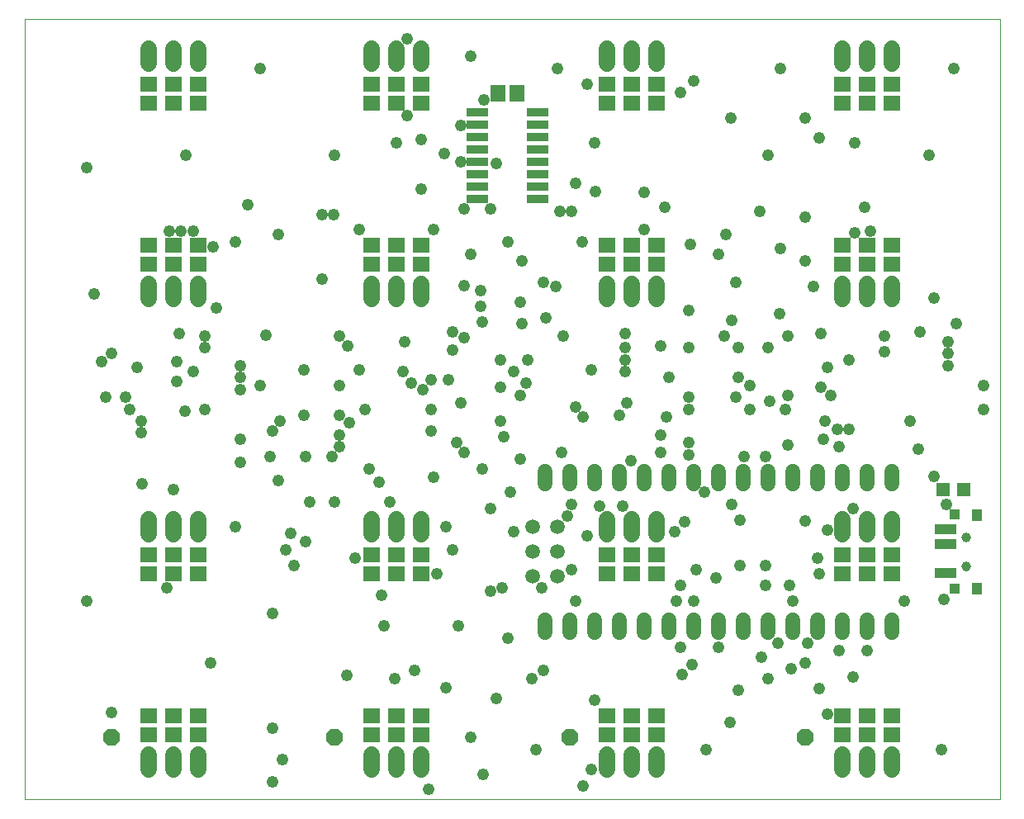
<source format=gts>
G75*
%MOIN*%
%OFA0B0*%
%FSLAX25Y25*%
%IPPOS*%
%LPD*%
%AMOC8*
5,1,8,0,0,1.08239X$1,22.5*
%
%ADD10C,0.00000*%
%ADD11R,0.08800X0.03400*%
%ADD12R,0.06706X0.05918*%
%ADD13C,0.06800*%
%ADD14C,0.05950*%
%ADD15C,0.05950*%
%ADD16OC8,0.06800*%
%ADD17R,0.05918X0.06706*%
%ADD18R,0.08674X0.03950*%
%ADD19R,0.03950X0.04343*%
%ADD20R,0.03950X0.04737*%
%ADD21C,0.03950*%
%ADD22R,0.05524X0.05524*%
%ADD23C,0.04800*%
D10*
X0001800Y0001800D02*
X0001800Y0316761D01*
X0395501Y0316761D01*
X0395501Y0001800D01*
X0001800Y0001800D01*
X0380225Y0095894D02*
X0380227Y0095973D01*
X0380233Y0096052D01*
X0380243Y0096131D01*
X0380257Y0096209D01*
X0380274Y0096286D01*
X0380296Y0096362D01*
X0380321Y0096437D01*
X0380351Y0096510D01*
X0380383Y0096582D01*
X0380420Y0096653D01*
X0380460Y0096721D01*
X0380503Y0096787D01*
X0380549Y0096851D01*
X0380599Y0096913D01*
X0380652Y0096972D01*
X0380707Y0097028D01*
X0380766Y0097082D01*
X0380827Y0097132D01*
X0380890Y0097180D01*
X0380956Y0097224D01*
X0381024Y0097265D01*
X0381094Y0097302D01*
X0381165Y0097336D01*
X0381239Y0097366D01*
X0381313Y0097392D01*
X0381389Y0097414D01*
X0381466Y0097433D01*
X0381544Y0097448D01*
X0381622Y0097459D01*
X0381701Y0097466D01*
X0381780Y0097469D01*
X0381859Y0097468D01*
X0381938Y0097463D01*
X0382017Y0097454D01*
X0382095Y0097441D01*
X0382172Y0097424D01*
X0382249Y0097404D01*
X0382324Y0097379D01*
X0382398Y0097351D01*
X0382471Y0097319D01*
X0382541Y0097284D01*
X0382610Y0097245D01*
X0382677Y0097202D01*
X0382742Y0097156D01*
X0382804Y0097108D01*
X0382864Y0097056D01*
X0382921Y0097001D01*
X0382975Y0096943D01*
X0383026Y0096883D01*
X0383074Y0096820D01*
X0383119Y0096755D01*
X0383161Y0096687D01*
X0383199Y0096618D01*
X0383233Y0096547D01*
X0383264Y0096474D01*
X0383292Y0096399D01*
X0383315Y0096324D01*
X0383335Y0096247D01*
X0383351Y0096170D01*
X0383363Y0096091D01*
X0383371Y0096013D01*
X0383375Y0095934D01*
X0383375Y0095854D01*
X0383371Y0095775D01*
X0383363Y0095697D01*
X0383351Y0095618D01*
X0383335Y0095541D01*
X0383315Y0095464D01*
X0383292Y0095389D01*
X0383264Y0095314D01*
X0383233Y0095241D01*
X0383199Y0095170D01*
X0383161Y0095101D01*
X0383119Y0095033D01*
X0383074Y0094968D01*
X0383026Y0094905D01*
X0382975Y0094845D01*
X0382921Y0094787D01*
X0382864Y0094732D01*
X0382804Y0094680D01*
X0382742Y0094632D01*
X0382677Y0094586D01*
X0382610Y0094543D01*
X0382541Y0094504D01*
X0382471Y0094469D01*
X0382398Y0094437D01*
X0382324Y0094409D01*
X0382249Y0094384D01*
X0382172Y0094364D01*
X0382095Y0094347D01*
X0382017Y0094334D01*
X0381938Y0094325D01*
X0381859Y0094320D01*
X0381780Y0094319D01*
X0381701Y0094322D01*
X0381622Y0094329D01*
X0381544Y0094340D01*
X0381466Y0094355D01*
X0381389Y0094374D01*
X0381313Y0094396D01*
X0381239Y0094422D01*
X0381165Y0094452D01*
X0381094Y0094486D01*
X0381024Y0094523D01*
X0380956Y0094564D01*
X0380890Y0094608D01*
X0380827Y0094656D01*
X0380766Y0094706D01*
X0380707Y0094760D01*
X0380652Y0094816D01*
X0380599Y0094875D01*
X0380549Y0094937D01*
X0380503Y0095001D01*
X0380460Y0095067D01*
X0380420Y0095135D01*
X0380383Y0095206D01*
X0380351Y0095278D01*
X0380321Y0095351D01*
X0380296Y0095426D01*
X0380274Y0095502D01*
X0380257Y0095579D01*
X0380243Y0095657D01*
X0380233Y0095736D01*
X0380227Y0095815D01*
X0380225Y0095894D01*
X0380225Y0107706D02*
X0380227Y0107785D01*
X0380233Y0107864D01*
X0380243Y0107943D01*
X0380257Y0108021D01*
X0380274Y0108098D01*
X0380296Y0108174D01*
X0380321Y0108249D01*
X0380351Y0108322D01*
X0380383Y0108394D01*
X0380420Y0108465D01*
X0380460Y0108533D01*
X0380503Y0108599D01*
X0380549Y0108663D01*
X0380599Y0108725D01*
X0380652Y0108784D01*
X0380707Y0108840D01*
X0380766Y0108894D01*
X0380827Y0108944D01*
X0380890Y0108992D01*
X0380956Y0109036D01*
X0381024Y0109077D01*
X0381094Y0109114D01*
X0381165Y0109148D01*
X0381239Y0109178D01*
X0381313Y0109204D01*
X0381389Y0109226D01*
X0381466Y0109245D01*
X0381544Y0109260D01*
X0381622Y0109271D01*
X0381701Y0109278D01*
X0381780Y0109281D01*
X0381859Y0109280D01*
X0381938Y0109275D01*
X0382017Y0109266D01*
X0382095Y0109253D01*
X0382172Y0109236D01*
X0382249Y0109216D01*
X0382324Y0109191D01*
X0382398Y0109163D01*
X0382471Y0109131D01*
X0382541Y0109096D01*
X0382610Y0109057D01*
X0382677Y0109014D01*
X0382742Y0108968D01*
X0382804Y0108920D01*
X0382864Y0108868D01*
X0382921Y0108813D01*
X0382975Y0108755D01*
X0383026Y0108695D01*
X0383074Y0108632D01*
X0383119Y0108567D01*
X0383161Y0108499D01*
X0383199Y0108430D01*
X0383233Y0108359D01*
X0383264Y0108286D01*
X0383292Y0108211D01*
X0383315Y0108136D01*
X0383335Y0108059D01*
X0383351Y0107982D01*
X0383363Y0107903D01*
X0383371Y0107825D01*
X0383375Y0107746D01*
X0383375Y0107666D01*
X0383371Y0107587D01*
X0383363Y0107509D01*
X0383351Y0107430D01*
X0383335Y0107353D01*
X0383315Y0107276D01*
X0383292Y0107201D01*
X0383264Y0107126D01*
X0383233Y0107053D01*
X0383199Y0106982D01*
X0383161Y0106913D01*
X0383119Y0106845D01*
X0383074Y0106780D01*
X0383026Y0106717D01*
X0382975Y0106657D01*
X0382921Y0106599D01*
X0382864Y0106544D01*
X0382804Y0106492D01*
X0382742Y0106444D01*
X0382677Y0106398D01*
X0382610Y0106355D01*
X0382541Y0106316D01*
X0382471Y0106281D01*
X0382398Y0106249D01*
X0382324Y0106221D01*
X0382249Y0106196D01*
X0382172Y0106176D01*
X0382095Y0106159D01*
X0382017Y0106146D01*
X0381938Y0106137D01*
X0381859Y0106132D01*
X0381780Y0106131D01*
X0381701Y0106134D01*
X0381622Y0106141D01*
X0381544Y0106152D01*
X0381466Y0106167D01*
X0381389Y0106186D01*
X0381313Y0106208D01*
X0381239Y0106234D01*
X0381165Y0106264D01*
X0381094Y0106298D01*
X0381024Y0106335D01*
X0380956Y0106376D01*
X0380890Y0106420D01*
X0380827Y0106468D01*
X0380766Y0106518D01*
X0380707Y0106572D01*
X0380652Y0106628D01*
X0380599Y0106687D01*
X0380549Y0106749D01*
X0380503Y0106813D01*
X0380460Y0106879D01*
X0380420Y0106947D01*
X0380383Y0107018D01*
X0380351Y0107090D01*
X0380321Y0107163D01*
X0380296Y0107238D01*
X0380274Y0107314D01*
X0380257Y0107391D01*
X0380243Y0107469D01*
X0380233Y0107548D01*
X0380227Y0107627D01*
X0380225Y0107706D01*
D11*
X0208900Y0244300D03*
X0208900Y0249300D03*
X0208900Y0254300D03*
X0208900Y0259300D03*
X0208900Y0264300D03*
X0208900Y0269300D03*
X0208900Y0274300D03*
X0208900Y0279300D03*
X0184700Y0279300D03*
X0184700Y0274300D03*
X0184700Y0269300D03*
X0184700Y0264300D03*
X0184700Y0259300D03*
X0184700Y0254300D03*
X0184700Y0249300D03*
X0184700Y0244300D03*
D12*
X0161800Y0225540D03*
X0161800Y0218060D03*
X0151800Y0218060D03*
X0151800Y0225540D03*
X0141800Y0225540D03*
X0141800Y0218060D03*
X0071800Y0218060D03*
X0071800Y0225540D03*
X0061800Y0225540D03*
X0061800Y0218060D03*
X0051800Y0218060D03*
X0051800Y0225540D03*
X0051800Y0283060D03*
X0051800Y0290540D03*
X0061800Y0290540D03*
X0061800Y0283060D03*
X0071800Y0283060D03*
X0071800Y0290540D03*
X0141800Y0290540D03*
X0141800Y0283060D03*
X0151800Y0283060D03*
X0161800Y0283060D03*
X0161800Y0290540D03*
X0151800Y0290540D03*
X0236800Y0290540D03*
X0246800Y0290540D03*
X0246800Y0283060D03*
X0236800Y0283060D03*
X0256800Y0283060D03*
X0256800Y0290540D03*
X0331800Y0290540D03*
X0341800Y0290540D03*
X0341800Y0283060D03*
X0331800Y0283060D03*
X0351800Y0283060D03*
X0351800Y0290540D03*
X0351800Y0225540D03*
X0351800Y0218060D03*
X0341800Y0218060D03*
X0341800Y0225540D03*
X0331800Y0225540D03*
X0331800Y0218060D03*
X0256800Y0218060D03*
X0256800Y0225540D03*
X0246800Y0225540D03*
X0246800Y0218060D03*
X0236800Y0218060D03*
X0236800Y0225540D03*
X0236800Y0100540D03*
X0236800Y0093060D03*
X0246800Y0093060D03*
X0246800Y0100540D03*
X0256800Y0100540D03*
X0256800Y0093060D03*
X0256800Y0035540D03*
X0256800Y0028060D03*
X0246800Y0028060D03*
X0236800Y0028060D03*
X0236800Y0035540D03*
X0246800Y0035540D03*
X0161800Y0035540D03*
X0151800Y0035540D03*
X0151800Y0028060D03*
X0161800Y0028060D03*
X0141800Y0028060D03*
X0141800Y0035540D03*
X0071800Y0035540D03*
X0071800Y0028060D03*
X0061800Y0028060D03*
X0061800Y0035540D03*
X0051800Y0035540D03*
X0051800Y0028060D03*
X0051800Y0093060D03*
X0051800Y0100540D03*
X0061800Y0100540D03*
X0061800Y0093060D03*
X0071800Y0093060D03*
X0071800Y0100540D03*
X0141800Y0100540D03*
X0141800Y0093060D03*
X0151800Y0093060D03*
X0151800Y0100540D03*
X0161800Y0100540D03*
X0161800Y0093060D03*
X0331800Y0093060D03*
X0331800Y0100540D03*
X0341800Y0100540D03*
X0341800Y0093060D03*
X0351800Y0093060D03*
X0351800Y0100540D03*
X0351800Y0035540D03*
X0351800Y0028060D03*
X0341800Y0028060D03*
X0331800Y0028060D03*
X0331800Y0035540D03*
X0341800Y0035540D03*
D13*
X0341800Y0019800D02*
X0341800Y0013800D01*
X0331800Y0013800D02*
X0331800Y0019800D01*
X0351800Y0019800D02*
X0351800Y0013800D01*
X0256800Y0013800D02*
X0256800Y0019800D01*
X0246800Y0019800D02*
X0246800Y0013800D01*
X0236800Y0013800D02*
X0236800Y0019800D01*
X0161800Y0019800D02*
X0161800Y0013800D01*
X0151800Y0013800D02*
X0151800Y0019800D01*
X0141800Y0019800D02*
X0141800Y0013800D01*
X0071800Y0013800D02*
X0071800Y0019800D01*
X0061800Y0019800D02*
X0061800Y0013800D01*
X0051800Y0013800D02*
X0051800Y0019800D01*
X0051800Y0108800D02*
X0051800Y0114800D01*
X0061800Y0114800D02*
X0061800Y0108800D01*
X0071800Y0108800D02*
X0071800Y0114800D01*
X0141800Y0114800D02*
X0141800Y0108800D01*
X0151800Y0108800D02*
X0151800Y0114800D01*
X0161800Y0114800D02*
X0161800Y0108800D01*
X0236800Y0108800D02*
X0236800Y0114800D01*
X0246800Y0114800D02*
X0246800Y0108800D01*
X0256800Y0108800D02*
X0256800Y0114800D01*
X0331800Y0114800D02*
X0331800Y0108800D01*
X0341800Y0108800D02*
X0341800Y0114800D01*
X0351800Y0114800D02*
X0351800Y0108800D01*
X0351800Y0203800D02*
X0351800Y0209800D01*
X0341800Y0209800D02*
X0341800Y0203800D01*
X0331800Y0203800D02*
X0331800Y0209800D01*
X0256800Y0209800D02*
X0256800Y0203800D01*
X0246800Y0203800D02*
X0246800Y0209800D01*
X0236800Y0209800D02*
X0236800Y0203800D01*
X0161800Y0203800D02*
X0161800Y0209800D01*
X0151800Y0209800D02*
X0151800Y0203800D01*
X0141800Y0203800D02*
X0141800Y0209800D01*
X0071800Y0209800D02*
X0071800Y0203800D01*
X0061800Y0203800D02*
X0061800Y0209800D01*
X0051800Y0209800D02*
X0051800Y0203800D01*
X0051800Y0298800D02*
X0051800Y0304800D01*
X0061800Y0304800D02*
X0061800Y0298800D01*
X0071800Y0298800D02*
X0071800Y0304800D01*
X0141800Y0304800D02*
X0141800Y0298800D01*
X0151800Y0298800D02*
X0151800Y0304800D01*
X0161800Y0304800D02*
X0161800Y0298800D01*
X0236800Y0298800D02*
X0236800Y0304800D01*
X0246800Y0304800D02*
X0246800Y0298800D01*
X0256800Y0298800D02*
X0256800Y0304800D01*
X0331800Y0304800D02*
X0331800Y0298800D01*
X0341800Y0298800D02*
X0341800Y0304800D01*
X0351800Y0304800D02*
X0351800Y0298800D01*
D14*
X0351800Y0134375D02*
X0351800Y0129225D01*
X0341800Y0129225D02*
X0341800Y0134375D01*
X0331800Y0134375D02*
X0331800Y0129225D01*
X0321800Y0129225D02*
X0321800Y0134375D01*
X0311800Y0134375D02*
X0311800Y0129225D01*
X0301800Y0129225D02*
X0301800Y0134375D01*
X0291800Y0134375D02*
X0291800Y0129225D01*
X0281800Y0129225D02*
X0281800Y0134375D01*
X0271800Y0134375D02*
X0271800Y0129225D01*
X0261800Y0129225D02*
X0261800Y0134375D01*
X0251800Y0134375D02*
X0251800Y0129225D01*
X0241800Y0129225D02*
X0241800Y0134375D01*
X0231800Y0134375D02*
X0231800Y0129225D01*
X0221800Y0129225D02*
X0221800Y0134375D01*
X0211800Y0134375D02*
X0211800Y0129225D01*
X0211800Y0074375D02*
X0211800Y0069225D01*
X0221800Y0069225D02*
X0221800Y0074375D01*
X0231800Y0074375D02*
X0231800Y0069225D01*
X0241800Y0069225D02*
X0241800Y0074375D01*
X0251800Y0074375D02*
X0251800Y0069225D01*
X0261800Y0069225D02*
X0261800Y0074375D01*
X0271800Y0074375D02*
X0271800Y0069225D01*
X0281800Y0069225D02*
X0281800Y0074375D01*
X0291800Y0074375D02*
X0291800Y0069225D01*
X0301800Y0069225D02*
X0301800Y0074375D01*
X0311800Y0074375D02*
X0311800Y0069225D01*
X0321800Y0069225D02*
X0321800Y0074375D01*
X0331800Y0074375D02*
X0331800Y0069225D01*
X0341800Y0069225D02*
X0341800Y0074375D01*
X0351800Y0074375D02*
X0351800Y0069225D01*
D15*
X0216800Y0091800D03*
X0216800Y0101800D03*
X0206800Y0101800D03*
X0206800Y0091800D03*
X0206800Y0111800D03*
X0216800Y0111800D03*
D16*
X0221800Y0026800D03*
X0126800Y0026800D03*
X0036800Y0026800D03*
X0316800Y0026800D03*
D17*
X0200540Y0286800D03*
X0193060Y0286800D03*
D18*
X0373532Y0110946D03*
X0373532Y0105040D03*
X0373532Y0093229D03*
D19*
X0377371Y0086839D03*
X0377371Y0116761D03*
D20*
X0386229Y0116564D03*
X0386229Y0087036D03*
D21*
X0381800Y0095894D03*
X0381800Y0107706D03*
D22*
X0380934Y0126800D03*
X0372666Y0126800D03*
D23*
X0373800Y0121000D03*
X0369000Y0132200D03*
X0362600Y0143400D03*
X0359400Y0154600D03*
X0334600Y0151400D03*
X0329800Y0151400D03*
X0325000Y0154600D03*
X0324200Y0147400D03*
X0330600Y0144200D03*
X0309800Y0145000D03*
X0301000Y0140200D03*
X0292200Y0140200D03*
X0276200Y0125800D03*
X0287400Y0121000D03*
X0290600Y0114600D03*
X0290600Y0096200D03*
X0281000Y0091400D03*
X0273000Y0094600D03*
X0266600Y0088200D03*
X0265000Y0081800D03*
X0271800Y0081800D03*
X0266600Y0063400D03*
X0271400Y0056200D03*
X0267400Y0052200D03*
X0281800Y0063400D03*
X0299400Y0059400D03*
X0305800Y0065000D03*
X0311400Y0054600D03*
X0316800Y0056800D03*
X0317800Y0065000D03*
X0330600Y0061800D03*
X0341800Y0061800D03*
X0336200Y0051400D03*
X0322600Y0046600D03*
X0325800Y0036200D03*
X0301800Y0050600D03*
X0289800Y0045800D03*
X0286600Y0033000D03*
X0276800Y0021800D03*
X0231800Y0041800D03*
X0211400Y0053800D03*
X0206600Y0050600D03*
X0192200Y0042600D03*
X0181800Y0026800D03*
X0186800Y0011800D03*
X0165000Y0005800D03*
X0208200Y0021800D03*
X0230600Y0013800D03*
X0227400Y0007400D03*
X0171800Y0046800D03*
X0159400Y0053800D03*
X0151400Y0050600D03*
X0131800Y0051800D03*
X0146800Y0071800D03*
X0145800Y0084200D03*
X0135400Y0099400D03*
X0115400Y0105800D03*
X0109300Y0109300D03*
X0107400Y0102600D03*
X0110600Y0096200D03*
X0101800Y0076800D03*
X0076800Y0056800D03*
X0101800Y0030600D03*
X0105800Y0017800D03*
X0101800Y0009000D03*
X0036800Y0036800D03*
X0026800Y0081800D03*
X0059400Y0087400D03*
X0086800Y0111800D03*
X0104200Y0130600D03*
X0116800Y0121800D03*
X0126800Y0121800D03*
X0141000Y0135400D03*
X0145000Y0129800D03*
X0149300Y0121800D03*
X0166800Y0131800D03*
X0179400Y0141800D03*
X0176200Y0145800D03*
X0165800Y0150600D03*
X0165800Y0159400D03*
X0162600Y0167400D03*
X0165800Y0171400D03*
X0173000Y0171400D03*
X0177800Y0161800D03*
X0193800Y0168200D03*
X0199400Y0174600D03*
X0204200Y0169800D03*
X0201800Y0165000D03*
X0193800Y0154600D03*
X0195400Y0148200D03*
X0201800Y0139300D03*
X0197800Y0125800D03*
X0189800Y0119400D03*
X0199400Y0109800D03*
X0221000Y0116200D03*
X0222600Y0121000D03*
X0233800Y0120200D03*
X0243400Y0120200D03*
X0229000Y0108200D03*
X0222600Y0094600D03*
X0210600Y0087400D03*
X0224300Y0081800D03*
X0196800Y0066800D03*
X0176800Y0071800D03*
X0189800Y0085800D03*
X0194600Y0087400D03*
X0174600Y0102600D03*
X0171800Y0111800D03*
X0168200Y0093000D03*
X0186600Y0135400D03*
X0218600Y0141800D03*
X0227400Y0156200D03*
X0224200Y0160200D03*
X0241800Y0157000D03*
X0245000Y0161800D03*
X0244200Y0174600D03*
X0244200Y0179400D03*
X0244200Y0184200D03*
X0244200Y0189800D03*
X0258600Y0185000D03*
X0269800Y0184200D03*
X0261800Y0172200D03*
X0269800Y0164200D03*
X0269800Y0159400D03*
X0261000Y0156200D03*
X0258600Y0149000D03*
X0258600Y0141800D03*
X0269800Y0141000D03*
X0269800Y0145800D03*
X0246600Y0138600D03*
X0268200Y0113800D03*
X0264200Y0109800D03*
X0301000Y0096200D03*
X0301000Y0088200D03*
X0310600Y0088200D03*
X0311800Y0081800D03*
X0322600Y0093000D03*
X0321800Y0099300D03*
X0325800Y0110600D03*
X0316800Y0114300D03*
X0336200Y0119400D03*
X0356800Y0081800D03*
X0373000Y0082600D03*
X0371800Y0021800D03*
X0389000Y0159400D03*
X0389000Y0169000D03*
X0374600Y0177000D03*
X0374600Y0181800D03*
X0374600Y0186600D03*
X0377800Y0193800D03*
X0363400Y0190600D03*
X0349000Y0189000D03*
X0349000Y0182600D03*
X0334600Y0179400D03*
X0325800Y0176200D03*
X0323400Y0168200D03*
X0327400Y0165000D03*
X0309800Y0165000D03*
X0309000Y0159400D03*
X0302600Y0162600D03*
X0294600Y0159400D03*
X0289000Y0164200D03*
X0294600Y0169000D03*
X0289800Y0172200D03*
X0289800Y0184200D03*
X0284200Y0189000D03*
X0287400Y0195400D03*
X0301800Y0184200D03*
X0309800Y0189000D03*
X0306600Y0197800D03*
X0320200Y0209000D03*
X0317000Y0219400D03*
X0306800Y0224300D03*
X0316800Y0236800D03*
X0298600Y0239400D03*
X0285000Y0229800D03*
X0281800Y0221800D03*
X0270600Y0225800D03*
X0251800Y0231800D03*
X0260200Y0241000D03*
X0251800Y0246800D03*
X0232200Y0247400D03*
X0224200Y0250600D03*
X0222600Y0239400D03*
X0217800Y0239400D03*
X0226800Y0226800D03*
X0211400Y0210600D03*
X0216200Y0209000D03*
X0212200Y0196200D03*
X0219400Y0189000D03*
X0205000Y0179400D03*
X0193800Y0179400D03*
X0179400Y0188200D03*
X0174600Y0190600D03*
X0174600Y0183400D03*
X0186600Y0194600D03*
X0185800Y0201000D03*
X0185800Y0207400D03*
X0179300Y0209300D03*
X0181800Y0221800D03*
X0196800Y0226800D03*
X0202600Y0219400D03*
X0201800Y0202600D03*
X0202600Y0193800D03*
X0230600Y0175400D03*
X0269800Y0199400D03*
X0289000Y0210600D03*
X0323400Y0189800D03*
X0369000Y0204200D03*
X0343400Y0231400D03*
X0337000Y0230600D03*
X0341000Y0241000D03*
X0366800Y0261800D03*
X0336800Y0266800D03*
X0322600Y0269000D03*
X0316800Y0276800D03*
X0301800Y0261800D03*
X0286800Y0276800D03*
X0271800Y0291800D03*
X0266600Y0287400D03*
X0231800Y0266800D03*
X0229000Y0290600D03*
X0216800Y0296800D03*
X0187400Y0284200D03*
X0177800Y0273800D03*
X0171400Y0262600D03*
X0177800Y0259400D03*
X0192200Y0258600D03*
X0189800Y0240200D03*
X0179400Y0240200D03*
X0166800Y0231800D03*
X0161800Y0248200D03*
X0151800Y0266800D03*
X0161800Y0268200D03*
X0156200Y0277800D03*
X0181800Y0301800D03*
X0156200Y0309000D03*
X0126800Y0261800D03*
X0126600Y0237800D03*
X0121800Y0237800D03*
X0136800Y0231800D03*
X0121800Y0211800D03*
X0104200Y0229800D03*
X0091800Y0241800D03*
X0086800Y0226800D03*
X0077800Y0225000D03*
X0069800Y0231400D03*
X0065000Y0231400D03*
X0060200Y0231400D03*
X0029800Y0205800D03*
X0037000Y0181800D03*
X0033000Y0178600D03*
X0047400Y0176200D03*
X0042600Y0164200D03*
X0044200Y0159400D03*
X0049000Y0154600D03*
X0049000Y0149800D03*
X0066600Y0158600D03*
X0074600Y0159400D03*
X0063400Y0170600D03*
X0069800Y0174600D03*
X0063400Y0178600D03*
X0064200Y0189800D03*
X0074600Y0189000D03*
X0074600Y0184200D03*
X0089000Y0177000D03*
X0089000Y0172200D03*
X0089000Y0167400D03*
X0097000Y0169000D03*
X0114600Y0175400D03*
X0129000Y0169000D03*
X0137000Y0175400D03*
X0132200Y0185000D03*
X0129000Y0189000D03*
X0155400Y0186600D03*
X0154600Y0174600D03*
X0157800Y0169800D03*
X0139400Y0159400D03*
X0133000Y0153800D03*
X0129000Y0157000D03*
X0129000Y0149000D03*
X0129000Y0144200D03*
X0125800Y0140200D03*
X0115400Y0140200D03*
X0101000Y0140200D03*
X0101800Y0150600D03*
X0105000Y0154600D03*
X0114600Y0157000D03*
X0089000Y0147400D03*
X0089000Y0137800D03*
X0061800Y0126800D03*
X0049300Y0129300D03*
X0034600Y0164200D03*
X0079400Y0200200D03*
X0099300Y0189300D03*
X0026800Y0256800D03*
X0066800Y0261800D03*
X0096800Y0296800D03*
X0306800Y0296800D03*
X0376800Y0296800D03*
M02*

</source>
